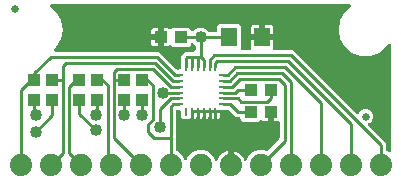
<source format=gbr>
G04 EAGLE Gerber RS-274X export*
G75*
%MOMM*%
%FSLAX34Y34*%
%LPD*%
%INTop Copper*%
%IPPOS*%
%AMOC8*
5,1,8,0,0,1.08239X$1,22.5*%
G01*
%ADD10R,0.700000X0.290000*%
%ADD11R,0.290000X0.700000*%
%ADD12R,1.100000X1.000000*%
%ADD13R,1.400000X1.600000*%
%ADD14R,1.000000X1.100000*%
%ADD15C,1.879600*%
%ADD16C,0.635000*%
%ADD17C,0.254000*%
%ADD18C,1.016000*%

G36*
X324895Y23235D02*
X324895Y23235D01*
X325005Y23233D01*
X325053Y23245D01*
X325103Y23248D01*
X325207Y23282D01*
X325314Y23307D01*
X325358Y23331D01*
X325405Y23346D01*
X325498Y23405D01*
X325595Y23456D01*
X325632Y23490D01*
X325674Y23516D01*
X325749Y23596D01*
X325831Y23670D01*
X325858Y23712D01*
X325892Y23748D01*
X325945Y23844D01*
X326005Y23936D01*
X326022Y23983D01*
X326046Y24026D01*
X326073Y24133D01*
X326109Y24237D01*
X326113Y24286D01*
X326125Y24334D01*
X326135Y24495D01*
X326135Y114003D01*
X326117Y114148D01*
X326102Y114293D01*
X326097Y114306D01*
X326095Y114319D01*
X326042Y114454D01*
X325991Y114591D01*
X325983Y114602D01*
X325978Y114615D01*
X325893Y114732D01*
X325810Y114852D01*
X325799Y114861D01*
X325792Y114872D01*
X325680Y114965D01*
X325569Y115060D01*
X325557Y115066D01*
X325547Y115075D01*
X325415Y115137D01*
X325284Y115202D01*
X325271Y115205D01*
X325259Y115210D01*
X325117Y115238D01*
X324973Y115268D01*
X324960Y115268D01*
X324947Y115270D01*
X324802Y115261D01*
X324656Y115255D01*
X324642Y115251D01*
X324629Y115250D01*
X324491Y115206D01*
X324351Y115163D01*
X324339Y115156D01*
X324327Y115152D01*
X324204Y115075D01*
X324079Y114999D01*
X324069Y114989D01*
X324058Y114982D01*
X323958Y114876D01*
X323856Y114772D01*
X323846Y114757D01*
X323840Y114751D01*
X323832Y114736D01*
X323767Y114638D01*
X322385Y112245D01*
X316278Y107120D01*
X308786Y104393D01*
X300814Y104393D01*
X293322Y107120D01*
X287215Y112244D01*
X283229Y119149D01*
X281845Y127000D01*
X283229Y134851D01*
X287215Y141755D01*
X292385Y146094D01*
X292409Y146120D01*
X292438Y146140D01*
X292517Y146236D01*
X292601Y146327D01*
X292618Y146358D01*
X292641Y146385D01*
X292694Y146498D01*
X292753Y146607D01*
X292761Y146641D01*
X292776Y146673D01*
X292799Y146795D01*
X292830Y146915D01*
X292829Y146951D01*
X292836Y146986D01*
X292828Y147109D01*
X292827Y147233D01*
X292818Y147268D01*
X292816Y147303D01*
X292778Y147421D01*
X292746Y147541D01*
X292729Y147572D01*
X292718Y147605D01*
X292652Y147710D01*
X292591Y147819D01*
X292567Y147844D01*
X292548Y147874D01*
X292458Y147959D01*
X292372Y148049D01*
X292342Y148068D01*
X292316Y148092D01*
X292208Y148152D01*
X292103Y148218D01*
X292069Y148229D01*
X292038Y148246D01*
X291918Y148277D01*
X291800Y148314D01*
X291764Y148316D01*
X291730Y148325D01*
X291569Y148335D01*
X38631Y148335D01*
X38595Y148331D01*
X38560Y148333D01*
X38438Y148311D01*
X38315Y148295D01*
X38282Y148282D01*
X38247Y148276D01*
X38135Y148224D01*
X38019Y148178D01*
X37991Y148158D01*
X37959Y148143D01*
X37862Y148064D01*
X37762Y147992D01*
X37739Y147964D01*
X37712Y147942D01*
X37639Y147842D01*
X37559Y147747D01*
X37544Y147715D01*
X37523Y147686D01*
X37477Y147571D01*
X37424Y147459D01*
X37417Y147424D01*
X37404Y147391D01*
X37387Y147268D01*
X37364Y147147D01*
X37366Y147111D01*
X37361Y147076D01*
X37376Y146953D01*
X37384Y146829D01*
X37395Y146795D01*
X37399Y146760D01*
X37444Y146644D01*
X37482Y146527D01*
X37501Y146497D01*
X37513Y146464D01*
X37586Y146363D01*
X37652Y146258D01*
X37678Y146234D01*
X37698Y146205D01*
X37815Y146094D01*
X42985Y141756D01*
X46971Y134851D01*
X48355Y127000D01*
X46971Y119149D01*
X42985Y112245D01*
X41145Y110700D01*
X41121Y110674D01*
X41092Y110654D01*
X41013Y110558D01*
X40928Y110467D01*
X40912Y110436D01*
X40889Y110409D01*
X40836Y110296D01*
X40777Y110187D01*
X40769Y110153D01*
X40754Y110121D01*
X40730Y109999D01*
X40700Y109879D01*
X40700Y109843D01*
X40694Y109808D01*
X40701Y109685D01*
X40702Y109561D01*
X40711Y109526D01*
X40713Y109491D01*
X40752Y109373D01*
X40783Y109253D01*
X40801Y109222D01*
X40812Y109189D01*
X40878Y109084D01*
X40938Y108975D01*
X40963Y108950D01*
X40982Y108920D01*
X41072Y108835D01*
X41157Y108745D01*
X41188Y108726D01*
X41213Y108702D01*
X41322Y108642D01*
X41427Y108576D01*
X41461Y108565D01*
X41492Y108548D01*
X41612Y108517D01*
X41730Y108480D01*
X41766Y108478D01*
X41800Y108469D01*
X41960Y108459D01*
X129678Y108459D01*
X144566Y93570D01*
X144644Y93510D01*
X144717Y93442D01*
X144770Y93413D01*
X144817Y93376D01*
X144908Y93336D01*
X144995Y93288D01*
X145054Y93273D01*
X145109Y93249D01*
X145207Y93234D01*
X145303Y93209D01*
X145403Y93203D01*
X145423Y93199D01*
X145436Y93201D01*
X145464Y93199D01*
X146832Y93199D01*
X146950Y93214D01*
X147069Y93221D01*
X147107Y93234D01*
X147148Y93239D01*
X147258Y93282D01*
X147371Y93319D01*
X147406Y93341D01*
X147443Y93356D01*
X147539Y93425D01*
X147640Y93489D01*
X147668Y93519D01*
X147701Y93542D01*
X147777Y93634D01*
X147858Y93721D01*
X147878Y93756D01*
X147903Y93787D01*
X147954Y93895D01*
X148012Y93999D01*
X148022Y94039D01*
X148039Y94075D01*
X148061Y94192D01*
X148091Y94307D01*
X148095Y94367D01*
X148099Y94387D01*
X148097Y94408D01*
X148101Y94468D01*
X148101Y99768D01*
X148104Y99772D01*
X148144Y99863D01*
X148192Y99950D01*
X148207Y100008D01*
X148231Y100064D01*
X148246Y100162D01*
X148271Y100258D01*
X148277Y100358D01*
X148281Y100378D01*
X148279Y100390D01*
X148281Y100419D01*
X148281Y104859D01*
X151881Y108459D01*
X159512Y108459D01*
X159630Y108474D01*
X159749Y108481D01*
X159787Y108494D01*
X159828Y108499D01*
X159938Y108542D01*
X160051Y108579D01*
X160086Y108601D01*
X160123Y108616D01*
X160219Y108685D01*
X160320Y108749D01*
X160348Y108779D01*
X160381Y108802D01*
X160457Y108894D01*
X160538Y108981D01*
X160558Y109016D01*
X160583Y109047D01*
X160634Y109155D01*
X160692Y109259D01*
X160702Y109299D01*
X160719Y109335D01*
X160741Y109452D01*
X160771Y109567D01*
X160775Y109627D01*
X160779Y109647D01*
X160777Y109668D01*
X160781Y109728D01*
X160781Y112947D01*
X160769Y113045D01*
X160766Y113144D01*
X160749Y113203D01*
X160741Y113263D01*
X160705Y113355D01*
X160677Y113450D01*
X160647Y113502D01*
X160624Y113558D01*
X160566Y113638D01*
X160516Y113724D01*
X160450Y113799D01*
X160438Y113816D01*
X160428Y113824D01*
X160410Y113845D01*
X158915Y115339D01*
X158806Y115424D01*
X158699Y115513D01*
X158680Y115521D01*
X158664Y115534D01*
X158537Y115589D01*
X158411Y115648D01*
X158391Y115652D01*
X158372Y115660D01*
X158234Y115682D01*
X158098Y115708D01*
X158078Y115707D01*
X158058Y115710D01*
X157919Y115697D01*
X157781Y115688D01*
X157762Y115682D01*
X157742Y115680D01*
X157610Y115633D01*
X157479Y115590D01*
X157461Y115579D01*
X157442Y115572D01*
X157327Y115494D01*
X157210Y115420D01*
X157196Y115405D01*
X157179Y115394D01*
X157087Y115290D01*
X156992Y115188D01*
X156982Y115171D01*
X156969Y115155D01*
X156905Y115031D01*
X156838Y114910D01*
X156833Y114890D01*
X156824Y114872D01*
X156794Y114736D01*
X156759Y114602D01*
X156757Y114574D01*
X156754Y114562D01*
X156755Y114541D01*
X156749Y114441D01*
X156749Y114387D01*
X154963Y112601D01*
X141437Y112601D01*
X140238Y113800D01*
X140144Y113873D01*
X140055Y113952D01*
X140019Y113970D01*
X139987Y113995D01*
X139878Y114042D01*
X139772Y114097D01*
X139732Y114105D01*
X139695Y114121D01*
X139577Y114140D01*
X139461Y114166D01*
X139421Y114165D01*
X139381Y114171D01*
X139262Y114160D01*
X139144Y114157D01*
X139105Y114145D01*
X139064Y114141D01*
X138952Y114101D01*
X138838Y114068D01*
X138803Y114048D01*
X138765Y114034D01*
X138667Y113967D01*
X138564Y113907D01*
X138519Y113867D01*
X138502Y113855D01*
X138489Y113840D01*
X138443Y113800D01*
X138260Y113617D01*
X137681Y113282D01*
X137034Y113109D01*
X133699Y113109D01*
X133699Y119420D01*
X133684Y119538D01*
X133677Y119657D01*
X133664Y119695D01*
X133659Y119735D01*
X133616Y119846D01*
X133579Y119959D01*
X133557Y119993D01*
X133542Y120031D01*
X133473Y120127D01*
X133409Y120228D01*
X133379Y120256D01*
X133356Y120288D01*
X133264Y120364D01*
X133177Y120446D01*
X133142Y120465D01*
X133111Y120491D01*
X133003Y120542D01*
X132899Y120599D01*
X132859Y120609D01*
X132823Y120627D01*
X132716Y120647D01*
X132746Y120651D01*
X132856Y120695D01*
X132969Y120731D01*
X133004Y120753D01*
X133041Y120768D01*
X133137Y120838D01*
X133238Y120901D01*
X133266Y120931D01*
X133299Y120955D01*
X133375Y121046D01*
X133456Y121133D01*
X133476Y121168D01*
X133501Y121200D01*
X133552Y121307D01*
X133610Y121412D01*
X133620Y121451D01*
X133637Y121487D01*
X133659Y121604D01*
X133689Y121720D01*
X133693Y121780D01*
X133697Y121800D01*
X133695Y121820D01*
X133699Y121880D01*
X133699Y128191D01*
X137034Y128191D01*
X137681Y128018D01*
X138260Y127683D01*
X138443Y127500D01*
X138537Y127427D01*
X138627Y127348D01*
X138663Y127330D01*
X138695Y127305D01*
X138804Y127258D01*
X138910Y127203D01*
X138949Y127195D01*
X138986Y127179D01*
X139104Y127160D01*
X139220Y127134D01*
X139261Y127135D01*
X139301Y127129D01*
X139419Y127140D01*
X139538Y127143D01*
X139577Y127155D01*
X139617Y127159D01*
X139729Y127199D01*
X139844Y127232D01*
X139878Y127252D01*
X139916Y127266D01*
X140015Y127333D01*
X140117Y127393D01*
X140163Y127433D01*
X140180Y127445D01*
X140193Y127460D01*
X140238Y127500D01*
X141437Y128699D01*
X154963Y128699D01*
X156749Y126913D01*
X156749Y126859D01*
X156766Y126721D01*
X156779Y126582D01*
X156786Y126563D01*
X156789Y126543D01*
X156840Y126414D01*
X156887Y126283D01*
X156898Y126266D01*
X156906Y126248D01*
X156987Y126135D01*
X157065Y126020D01*
X157081Y126007D01*
X157092Y125990D01*
X157200Y125901D01*
X157304Y125809D01*
X157322Y125800D01*
X157337Y125787D01*
X157463Y125728D01*
X157587Y125665D01*
X157607Y125660D01*
X157625Y125652D01*
X157762Y125626D01*
X157897Y125595D01*
X157918Y125596D01*
X157937Y125592D01*
X158076Y125601D01*
X158215Y125605D01*
X158235Y125611D01*
X158255Y125612D01*
X158387Y125655D01*
X158521Y125693D01*
X158538Y125704D01*
X158557Y125710D01*
X158675Y125784D01*
X158795Y125855D01*
X158816Y125873D01*
X158826Y125880D01*
X158840Y125895D01*
X158915Y125961D01*
X160495Y127541D01*
X163483Y128779D01*
X166717Y128779D01*
X169705Y127541D01*
X171905Y125340D01*
X171984Y125280D01*
X172056Y125212D01*
X172109Y125183D01*
X172157Y125146D01*
X172248Y125106D01*
X172334Y125058D01*
X172393Y125043D01*
X172448Y125019D01*
X172546Y125004D01*
X172642Y124979D01*
X172742Y124973D01*
X172763Y124969D01*
X172775Y124971D01*
X172803Y124969D01*
X177882Y124969D01*
X178000Y124984D01*
X178119Y124991D01*
X178157Y125004D01*
X178198Y125009D01*
X178308Y125052D01*
X178421Y125089D01*
X178456Y125111D01*
X178493Y125126D01*
X178589Y125195D01*
X178690Y125259D01*
X178718Y125289D01*
X178751Y125312D01*
X178827Y125404D01*
X178908Y125491D01*
X178928Y125526D01*
X178953Y125557D01*
X179004Y125665D01*
X179062Y125769D01*
X179072Y125809D01*
X179089Y125845D01*
X179111Y125962D01*
X179141Y126077D01*
X179145Y126137D01*
X179149Y126157D01*
X179147Y126178D01*
X179151Y126238D01*
X179151Y129913D01*
X180937Y131699D01*
X197463Y131699D01*
X199249Y129913D01*
X199249Y110998D01*
X199264Y110880D01*
X199271Y110761D01*
X199284Y110723D01*
X199289Y110682D01*
X199332Y110572D01*
X199369Y110459D01*
X199391Y110424D01*
X199406Y110387D01*
X199475Y110291D01*
X199539Y110190D01*
X199569Y110162D01*
X199592Y110129D01*
X199684Y110053D01*
X199771Y109972D01*
X199806Y109952D01*
X199837Y109927D01*
X199945Y109876D01*
X200049Y109818D01*
X200089Y109808D01*
X200125Y109791D01*
X200242Y109769D01*
X200357Y109739D01*
X200417Y109735D01*
X200437Y109731D01*
X200458Y109733D01*
X200518Y109729D01*
X206754Y109729D01*
X206886Y109745D01*
X207018Y109756D01*
X207043Y109765D01*
X207070Y109769D01*
X207193Y109817D01*
X207318Y109861D01*
X207341Y109876D01*
X207366Y109886D01*
X207473Y109963D01*
X207583Y110037D01*
X207601Y110057D01*
X207623Y110072D01*
X207707Y110174D01*
X207796Y110273D01*
X207809Y110297D01*
X207826Y110317D01*
X207882Y110437D01*
X207944Y110555D01*
X207950Y110581D01*
X207961Y110605D01*
X207986Y110735D01*
X208017Y110864D01*
X208016Y110891D01*
X208021Y110917D01*
X208013Y111049D01*
X208010Y111182D01*
X208003Y111208D01*
X208001Y111235D01*
X207961Y111361D01*
X207925Y111488D01*
X207908Y111523D01*
X207903Y111537D01*
X207892Y111556D01*
X207854Y111633D01*
X207832Y111669D01*
X207659Y112316D01*
X207659Y118111D01*
X215930Y118111D01*
X216048Y118126D01*
X216167Y118133D01*
X216205Y118146D01*
X216245Y118151D01*
X216356Y118194D01*
X216469Y118231D01*
X216504Y118253D01*
X216541Y118268D01*
X216637Y118338D01*
X216738Y118401D01*
X216766Y118431D01*
X216798Y118455D01*
X216874Y118546D01*
X216956Y118633D01*
X216975Y118668D01*
X217001Y118699D01*
X217052Y118807D01*
X217109Y118911D01*
X217120Y118951D01*
X217137Y118987D01*
X217159Y119104D01*
X217189Y119219D01*
X217193Y119280D01*
X217197Y119300D01*
X217195Y119320D01*
X217199Y119380D01*
X217199Y120651D01*
X217201Y120651D01*
X217201Y119380D01*
X217216Y119262D01*
X217223Y119143D01*
X217236Y119105D01*
X217241Y119065D01*
X217285Y118954D01*
X217321Y118841D01*
X217343Y118806D01*
X217358Y118769D01*
X217428Y118673D01*
X217491Y118572D01*
X217521Y118544D01*
X217545Y118511D01*
X217636Y118436D01*
X217723Y118354D01*
X217758Y118334D01*
X217790Y118309D01*
X217897Y118258D01*
X218001Y118200D01*
X218041Y118190D01*
X218077Y118173D01*
X218194Y118151D01*
X218309Y118121D01*
X218370Y118117D01*
X218390Y118113D01*
X218410Y118115D01*
X218470Y118111D01*
X226741Y118111D01*
X226741Y112316D01*
X226568Y111669D01*
X226546Y111633D01*
X226495Y111511D01*
X226439Y111391D01*
X226434Y111364D01*
X226423Y111340D01*
X226404Y111208D01*
X226379Y111078D01*
X226381Y111052D01*
X226377Y111025D01*
X226390Y110893D01*
X226399Y110761D01*
X226407Y110735D01*
X226410Y110709D01*
X226456Y110584D01*
X226497Y110459D01*
X226511Y110436D01*
X226520Y110410D01*
X226596Y110302D01*
X226667Y110190D01*
X226686Y110171D01*
X226702Y110149D01*
X226802Y110063D01*
X226898Y109972D01*
X226922Y109959D01*
X226942Y109941D01*
X227061Y109882D01*
X227177Y109818D01*
X227203Y109812D01*
X227227Y109800D01*
X227357Y109772D01*
X227485Y109739D01*
X227523Y109737D01*
X227538Y109733D01*
X227560Y109734D01*
X227646Y109729D01*
X243089Y109729D01*
X297134Y55683D01*
X297174Y55653D01*
X297207Y55616D01*
X297299Y55556D01*
X297386Y55488D01*
X297431Y55468D01*
X297473Y55441D01*
X297577Y55406D01*
X297678Y55362D01*
X297727Y55354D01*
X297774Y55338D01*
X297883Y55329D01*
X297992Y55312D01*
X298041Y55317D01*
X298091Y55313D01*
X298199Y55331D01*
X298308Y55342D01*
X298355Y55359D01*
X298404Y55367D01*
X298504Y55412D01*
X298608Y55449D01*
X298649Y55477D01*
X298694Y55498D01*
X298780Y55566D01*
X298871Y55628D01*
X298904Y55665D01*
X298942Y55696D01*
X299009Y55784D01*
X299081Y55866D01*
X299104Y55911D01*
X299134Y55950D01*
X299205Y56095D01*
X299524Y56865D01*
X301275Y58616D01*
X303562Y59564D01*
X306038Y59564D01*
X308325Y58616D01*
X310076Y56865D01*
X311024Y54578D01*
X311024Y52102D01*
X310076Y49815D01*
X308325Y48064D01*
X307555Y47745D01*
X307512Y47720D01*
X307465Y47703D01*
X307374Y47641D01*
X307279Y47587D01*
X307243Y47553D01*
X307202Y47525D01*
X307129Y47442D01*
X307050Y47366D01*
X307024Y47323D01*
X306991Y47286D01*
X306941Y47188D01*
X306884Y47095D01*
X306869Y47047D01*
X306847Y47003D01*
X306823Y46896D01*
X306790Y46791D01*
X306788Y46741D01*
X306777Y46693D01*
X306780Y46583D01*
X306775Y46473D01*
X306785Y46424D01*
X306787Y46375D01*
X306817Y46269D01*
X306840Y46162D01*
X306861Y46117D01*
X306875Y46069D01*
X306931Y45975D01*
X306979Y45876D01*
X307012Y45838D01*
X307037Y45795D01*
X307143Y45674D01*
X321819Y30999D01*
X321819Y25231D01*
X321822Y25202D01*
X321820Y25173D01*
X321842Y25045D01*
X321859Y24916D01*
X321869Y24888D01*
X321874Y24859D01*
X321928Y24741D01*
X321976Y24620D01*
X321993Y24596D01*
X322005Y24569D01*
X322086Y24468D01*
X322162Y24363D01*
X322185Y24344D01*
X322204Y24321D01*
X322307Y24243D01*
X322407Y24160D01*
X322434Y24148D01*
X322458Y24130D01*
X322602Y24059D01*
X324380Y23322D01*
X324428Y23309D01*
X324473Y23288D01*
X324581Y23267D01*
X324687Y23238D01*
X324737Y23238D01*
X324786Y23228D01*
X324895Y23235D01*
G37*
G36*
X191888Y12716D02*
X191888Y12716D01*
X192007Y12723D01*
X192045Y12736D01*
X192085Y12741D01*
X192196Y12785D01*
X192309Y12821D01*
X192344Y12843D01*
X192381Y12858D01*
X192477Y12928D01*
X192578Y12991D01*
X192606Y13021D01*
X192639Y13045D01*
X192714Y13136D01*
X192796Y13223D01*
X192816Y13258D01*
X192841Y13290D01*
X192892Y13397D01*
X192950Y13502D01*
X192960Y13541D01*
X192977Y13577D01*
X192999Y13694D01*
X193029Y13809D01*
X193033Y13870D01*
X193037Y13890D01*
X193035Y13910D01*
X193039Y13970D01*
X193039Y24385D01*
X193296Y24345D01*
X195083Y23764D01*
X196757Y22911D01*
X198278Y21806D01*
X199606Y20478D01*
X200711Y18957D01*
X201564Y17283D01*
X201715Y16818D01*
X201728Y16791D01*
X201735Y16762D01*
X201795Y16648D01*
X201850Y16530D01*
X201869Y16507D01*
X201883Y16481D01*
X201970Y16385D01*
X202053Y16285D01*
X202077Y16268D01*
X202097Y16246D01*
X202206Y16174D01*
X202310Y16098D01*
X202338Y16087D01*
X202363Y16071D01*
X202486Y16029D01*
X202606Y15981D01*
X202636Y15977D01*
X202664Y15968D01*
X202793Y15957D01*
X202921Y15941D01*
X202951Y15945D01*
X202981Y15942D01*
X203109Y15965D01*
X203237Y15981D01*
X203265Y15992D01*
X203294Y15997D01*
X203412Y16050D01*
X203533Y16098D01*
X203557Y16115D01*
X203584Y16127D01*
X203685Y16208D01*
X203790Y16284D01*
X203809Y16307D01*
X203833Y16326D01*
X203911Y16430D01*
X203993Y16529D01*
X204006Y16556D01*
X204024Y16580D01*
X204095Y16725D01*
X205348Y19750D01*
X208850Y23252D01*
X213424Y25147D01*
X218376Y25147D01*
X220324Y24340D01*
X220353Y24332D01*
X220379Y24319D01*
X220505Y24290D01*
X220631Y24256D01*
X220660Y24255D01*
X220689Y24249D01*
X220819Y24253D01*
X220949Y24251D01*
X220977Y24258D01*
X221007Y24259D01*
X221132Y24295D01*
X221258Y24325D01*
X221284Y24339D01*
X221312Y24347D01*
X221424Y24413D01*
X221539Y24474D01*
X221561Y24494D01*
X221586Y24508D01*
X221707Y24615D01*
X231530Y34437D01*
X231590Y34515D01*
X231658Y34588D01*
X231687Y34641D01*
X231724Y34688D01*
X231764Y34779D01*
X231812Y34866D01*
X231827Y34925D01*
X231851Y34980D01*
X231866Y35078D01*
X231891Y35174D01*
X231897Y35274D01*
X231901Y35294D01*
X231899Y35307D01*
X231901Y35335D01*
X231901Y48402D01*
X231885Y48527D01*
X231876Y48652D01*
X231866Y48684D01*
X231861Y48717D01*
X231815Y48834D01*
X231775Y48953D01*
X231757Y48982D01*
X231744Y49013D01*
X231671Y49115D01*
X231602Y49220D01*
X231577Y49243D01*
X231558Y49270D01*
X231461Y49351D01*
X231368Y49436D01*
X231339Y49452D01*
X231313Y49473D01*
X231199Y49527D01*
X231088Y49586D01*
X231055Y49594D01*
X231025Y49609D01*
X230902Y49632D01*
X230779Y49662D01*
X230746Y49662D01*
X230713Y49668D01*
X230587Y49661D01*
X230461Y49659D01*
X230413Y49650D01*
X230395Y49649D01*
X230375Y49642D01*
X230303Y49628D01*
X230235Y49609D01*
X226899Y49609D01*
X226899Y55920D01*
X226884Y56038D01*
X226877Y56157D01*
X226864Y56195D01*
X226859Y56235D01*
X226816Y56346D01*
X226779Y56459D01*
X226757Y56493D01*
X226742Y56531D01*
X226673Y56627D01*
X226609Y56728D01*
X226579Y56756D01*
X226556Y56788D01*
X226464Y56864D01*
X226377Y56946D01*
X226342Y56965D01*
X226311Y56991D01*
X226203Y57042D01*
X226099Y57099D01*
X226059Y57109D01*
X226023Y57127D01*
X225906Y57149D01*
X225791Y57179D01*
X225731Y57183D01*
X225711Y57186D01*
X225690Y57185D01*
X225630Y57189D01*
X223170Y57189D01*
X223052Y57174D01*
X222933Y57167D01*
X222895Y57154D01*
X222854Y57149D01*
X222744Y57105D01*
X222631Y57069D01*
X222596Y57047D01*
X222559Y57032D01*
X222462Y56962D01*
X222362Y56899D01*
X222334Y56869D01*
X222301Y56845D01*
X222225Y56754D01*
X222144Y56667D01*
X222124Y56632D01*
X222099Y56600D01*
X222048Y56493D01*
X221990Y56388D01*
X221980Y56349D01*
X221963Y56313D01*
X221941Y56196D01*
X221911Y56080D01*
X221907Y56020D01*
X221903Y56000D01*
X221905Y55980D01*
X221901Y55920D01*
X221901Y49609D01*
X218566Y49609D01*
X217919Y49782D01*
X217340Y50117D01*
X217157Y50300D01*
X217063Y50373D01*
X216973Y50452D01*
X216937Y50470D01*
X216905Y50495D01*
X216796Y50542D01*
X216690Y50597D01*
X216651Y50605D01*
X216614Y50621D01*
X216496Y50640D01*
X216380Y50666D01*
X216339Y50665D01*
X216299Y50671D01*
X216181Y50660D01*
X216062Y50657D01*
X216023Y50645D01*
X215983Y50641D01*
X215871Y50601D01*
X215756Y50568D01*
X215722Y50548D01*
X215684Y50534D01*
X215585Y50467D01*
X215483Y50407D01*
X215437Y50367D01*
X215420Y50355D01*
X215407Y50340D01*
X215362Y50300D01*
X214163Y49101D01*
X200637Y49101D01*
X198851Y50887D01*
X198851Y51562D01*
X198836Y51680D01*
X198829Y51799D01*
X198816Y51837D01*
X198811Y51878D01*
X198768Y51988D01*
X198731Y52101D01*
X198709Y52136D01*
X198694Y52173D01*
X198625Y52269D01*
X198561Y52370D01*
X198531Y52398D01*
X198508Y52431D01*
X198416Y52507D01*
X198329Y52588D01*
X198294Y52608D01*
X198263Y52633D01*
X198155Y52684D01*
X198051Y52742D01*
X198011Y52752D01*
X197975Y52769D01*
X197858Y52791D01*
X197743Y52821D01*
X197683Y52825D01*
X197663Y52829D01*
X197642Y52827D01*
X197582Y52831D01*
X195061Y52831D01*
X189063Y58830D01*
X188985Y58890D01*
X188912Y58958D01*
X188859Y58987D01*
X188812Y59024D01*
X188721Y59064D01*
X188634Y59112D01*
X188575Y59127D01*
X188520Y59151D01*
X188422Y59166D01*
X188326Y59191D01*
X188226Y59197D01*
X188206Y59201D01*
X188193Y59199D01*
X188165Y59201D01*
X182860Y59201D01*
X182742Y59186D01*
X182623Y59179D01*
X182585Y59166D01*
X182544Y59161D01*
X182434Y59118D01*
X182321Y59081D01*
X182286Y59059D01*
X182249Y59044D01*
X182153Y58975D01*
X182052Y58911D01*
X182024Y58881D01*
X181991Y58858D01*
X181915Y58766D01*
X181872Y58719D01*
X177600Y58719D01*
X172600Y58719D01*
X167600Y58719D01*
X162600Y58719D01*
X158368Y58719D01*
X158250Y58704D01*
X158131Y58697D01*
X158093Y58685D01*
X158052Y58680D01*
X157942Y58636D01*
X157829Y58599D01*
X157794Y58577D01*
X157757Y58563D01*
X157661Y58493D01*
X157560Y58429D01*
X157532Y58399D01*
X157499Y58376D01*
X157423Y58284D01*
X157342Y58197D01*
X157322Y58162D01*
X157297Y58131D01*
X157246Y58023D01*
X157188Y57919D01*
X157178Y57880D01*
X157161Y57843D01*
X157139Y57726D01*
X157109Y57611D01*
X157105Y57551D01*
X157101Y57531D01*
X157101Y57530D01*
X157103Y57510D01*
X157099Y57450D01*
X157114Y57332D01*
X157121Y57213D01*
X157134Y57174D01*
X157139Y57134D01*
X157182Y57024D01*
X157219Y56910D01*
X157241Y56876D01*
X157256Y56839D01*
X157325Y56742D01*
X157389Y56642D01*
X157419Y56614D01*
X157442Y56581D01*
X157534Y56505D01*
X157621Y56424D01*
X157656Y56404D01*
X157687Y56378D01*
X157795Y56328D01*
X157899Y56270D01*
X157939Y56260D01*
X157975Y56243D01*
X158092Y56221D01*
X158207Y56191D01*
X158267Y56187D01*
X158287Y56183D01*
X158308Y56184D01*
X158368Y56181D01*
X162600Y56181D01*
X167600Y56181D01*
X172600Y56181D01*
X177600Y56181D01*
X181591Y56181D01*
X181591Y53616D01*
X181418Y52969D01*
X181083Y52390D01*
X180610Y51917D01*
X180031Y51582D01*
X179384Y51409D01*
X178869Y51409D01*
X178869Y52479D01*
X178850Y52631D01*
X178831Y52789D01*
X178830Y52792D01*
X178830Y52795D01*
X178773Y52939D01*
X178715Y53085D01*
X178714Y53088D01*
X178713Y53090D01*
X178621Y53216D01*
X178530Y53343D01*
X178527Y53345D01*
X178526Y53348D01*
X178405Y53448D01*
X178286Y53547D01*
X178283Y53549D01*
X178281Y53550D01*
X178141Y53616D01*
X177999Y53684D01*
X177996Y53685D01*
X177993Y53686D01*
X177845Y53714D01*
X177687Y53745D01*
X177684Y53745D01*
X177681Y53746D01*
X177527Y53736D01*
X177369Y53727D01*
X177366Y53726D01*
X177363Y53726D01*
X177215Y53678D01*
X177066Y53631D01*
X177064Y53629D01*
X177061Y53628D01*
X176929Y53545D01*
X176797Y53462D01*
X176795Y53459D01*
X176792Y53458D01*
X176685Y53344D01*
X176578Y53231D01*
X176575Y53228D01*
X176574Y53226D01*
X176571Y53221D01*
X176491Y53096D01*
X176490Y53095D01*
X176460Y53019D01*
X176420Y52947D01*
X176401Y52872D01*
X176372Y52800D01*
X176361Y52718D01*
X176341Y52639D01*
X176331Y52490D01*
X176331Y52484D01*
X176331Y52482D01*
X176331Y52479D01*
X176331Y51409D01*
X175815Y51409D01*
X175429Y51513D01*
X175337Y51525D01*
X175247Y51548D01*
X175180Y51547D01*
X175114Y51556D01*
X175022Y51546D01*
X174929Y51545D01*
X174814Y51522D01*
X174798Y51520D01*
X174790Y51517D01*
X174771Y51513D01*
X174384Y51409D01*
X173869Y51409D01*
X173869Y52479D01*
X173869Y52481D01*
X173869Y52483D01*
X173866Y52506D01*
X173868Y52529D01*
X173846Y52661D01*
X173830Y52794D01*
X173829Y52796D01*
X173828Y52798D01*
X173820Y52820D01*
X173816Y52843D01*
X173760Y52994D01*
X173732Y53040D01*
X173713Y53090D01*
X173711Y53091D01*
X173710Y53094D01*
X173649Y53177D01*
X173595Y53266D01*
X173557Y53304D01*
X173526Y53347D01*
X173524Y53348D01*
X173523Y53350D01*
X173443Y53416D01*
X173368Y53489D01*
X173321Y53516D01*
X173281Y53550D01*
X173279Y53551D01*
X173277Y53552D01*
X173183Y53596D01*
X173093Y53648D01*
X173040Y53663D01*
X172993Y53685D01*
X172992Y53686D01*
X172989Y53687D01*
X172887Y53706D01*
X172787Y53734D01*
X172732Y53736D01*
X172681Y53745D01*
X172680Y53745D01*
X172677Y53746D01*
X172573Y53739D01*
X172469Y53741D01*
X172415Y53729D01*
X172363Y53726D01*
X172363Y53725D01*
X172362Y53725D01*
X172359Y53725D01*
X172260Y53693D01*
X172159Y53669D01*
X172110Y53644D01*
X172060Y53627D01*
X172057Y53626D01*
X171969Y53570D01*
X171877Y53522D01*
X171836Y53486D01*
X171792Y53457D01*
X171791Y53456D01*
X171789Y53455D01*
X171718Y53379D01*
X171640Y53310D01*
X171610Y53265D01*
X171574Y53226D01*
X171573Y53224D01*
X171572Y53223D01*
X171486Y53087D01*
X171486Y53086D01*
X171477Y53064D01*
X171464Y53045D01*
X171446Y52994D01*
X171420Y52947D01*
X171400Y52867D01*
X171369Y52790D01*
X171367Y52767D01*
X171359Y52745D01*
X171354Y52692D01*
X171341Y52639D01*
X171331Y52479D01*
X171331Y51409D01*
X170815Y51409D01*
X170429Y51513D01*
X170337Y51525D01*
X170247Y51548D01*
X170180Y51547D01*
X170114Y51556D01*
X170022Y51546D01*
X169929Y51545D01*
X169814Y51522D01*
X169798Y51520D01*
X169790Y51517D01*
X169771Y51513D01*
X169384Y51409D01*
X168869Y51409D01*
X168869Y52479D01*
X168866Y52504D01*
X168868Y52528D01*
X168859Y52584D01*
X168859Y52642D01*
X168839Y52717D01*
X168830Y52794D01*
X168820Y52818D01*
X168816Y52842D01*
X168793Y52894D01*
X168779Y52950D01*
X168714Y53085D01*
X168713Y53090D01*
X168711Y53091D01*
X168710Y53095D01*
X168697Y53113D01*
X168688Y53133D01*
X168604Y53239D01*
X168526Y53347D01*
X168524Y53349D01*
X168521Y53352D01*
X168505Y53366D01*
X168491Y53383D01*
X168382Y53466D01*
X168381Y53467D01*
X168281Y53550D01*
X168278Y53551D01*
X168276Y53553D01*
X168256Y53563D01*
X168238Y53576D01*
X168112Y53629D01*
X168093Y53638D01*
X167993Y53685D01*
X167991Y53686D01*
X167987Y53688D01*
X167966Y53692D01*
X167946Y53700D01*
X167810Y53721D01*
X167778Y53727D01*
X167681Y53745D01*
X167679Y53745D01*
X167675Y53746D01*
X167653Y53744D01*
X167631Y53748D01*
X167494Y53734D01*
X167457Y53731D01*
X167363Y53726D01*
X167363Y53725D01*
X167361Y53725D01*
X167357Y53725D01*
X167337Y53718D01*
X167315Y53716D01*
X167186Y53668D01*
X167159Y53660D01*
X167060Y53627D01*
X167059Y53626D01*
X167055Y53625D01*
X167037Y53614D01*
X167016Y53606D01*
X166903Y53528D01*
X166893Y53522D01*
X166792Y53457D01*
X166790Y53456D01*
X166787Y53454D01*
X166772Y53438D01*
X166755Y53426D01*
X166665Y53322D01*
X166574Y53226D01*
X166573Y53223D01*
X166570Y53221D01*
X166560Y53202D01*
X166546Y53186D01*
X166465Y53046D01*
X166447Y52995D01*
X166420Y52947D01*
X166420Y52944D01*
X166418Y52942D01*
X166393Y52843D01*
X166359Y52746D01*
X166354Y52692D01*
X166341Y52639D01*
X166341Y52635D01*
X166340Y52634D01*
X166340Y52630D01*
X166331Y52479D01*
X166331Y51409D01*
X165816Y51409D01*
X165429Y51513D01*
X165337Y51526D01*
X165247Y51548D01*
X165180Y51547D01*
X165113Y51556D01*
X165022Y51546D01*
X164929Y51545D01*
X164815Y51522D01*
X164798Y51520D01*
X164790Y51517D01*
X164771Y51513D01*
X164385Y51409D01*
X163869Y51409D01*
X163869Y52479D01*
X163866Y52504D01*
X163868Y52528D01*
X163859Y52584D01*
X163859Y52642D01*
X163839Y52717D01*
X163830Y52794D01*
X163820Y52818D01*
X163816Y52842D01*
X163793Y52894D01*
X163779Y52950D01*
X163714Y53085D01*
X163713Y53090D01*
X163711Y53091D01*
X163710Y53095D01*
X163697Y53113D01*
X163688Y53133D01*
X163604Y53239D01*
X163526Y53347D01*
X163524Y53349D01*
X163521Y53352D01*
X163505Y53366D01*
X163491Y53383D01*
X163382Y53466D01*
X163381Y53467D01*
X163281Y53550D01*
X163278Y53551D01*
X163276Y53553D01*
X163256Y53563D01*
X163238Y53576D01*
X163112Y53629D01*
X163093Y53638D01*
X162993Y53685D01*
X162991Y53686D01*
X162987Y53688D01*
X162966Y53692D01*
X162946Y53700D01*
X162810Y53721D01*
X162778Y53727D01*
X162681Y53745D01*
X162679Y53745D01*
X162675Y53746D01*
X162653Y53744D01*
X162631Y53748D01*
X162494Y53734D01*
X162457Y53731D01*
X162363Y53726D01*
X162363Y53725D01*
X162361Y53725D01*
X162357Y53725D01*
X162337Y53718D01*
X162315Y53716D01*
X162186Y53668D01*
X162159Y53660D01*
X162060Y53627D01*
X162059Y53626D01*
X162055Y53625D01*
X162037Y53614D01*
X162016Y53606D01*
X161903Y53528D01*
X161893Y53522D01*
X161792Y53457D01*
X161790Y53456D01*
X161787Y53454D01*
X161772Y53438D01*
X161755Y53426D01*
X161665Y53322D01*
X161574Y53226D01*
X161573Y53223D01*
X161570Y53221D01*
X161560Y53202D01*
X161546Y53186D01*
X161465Y53046D01*
X161447Y52995D01*
X161420Y52947D01*
X161420Y52944D01*
X161418Y52942D01*
X161393Y52843D01*
X161359Y52746D01*
X161354Y52692D01*
X161341Y52639D01*
X161341Y52635D01*
X161340Y52634D01*
X161340Y52630D01*
X161331Y52479D01*
X161331Y51409D01*
X160815Y51409D01*
X160429Y51513D01*
X160337Y51525D01*
X160247Y51548D01*
X160180Y51547D01*
X160114Y51556D01*
X160022Y51546D01*
X159929Y51545D01*
X159814Y51522D01*
X159798Y51520D01*
X159790Y51517D01*
X159771Y51513D01*
X159384Y51409D01*
X158869Y51409D01*
X158869Y51414D01*
X158848Y51561D01*
X158830Y51709D01*
X158826Y51719D01*
X158824Y51729D01*
X158767Y51867D01*
X158713Y52005D01*
X158707Y52013D01*
X158703Y52022D01*
X158613Y52142D01*
X158526Y52262D01*
X158518Y52269D01*
X158512Y52277D01*
X158396Y52370D01*
X158281Y52465D01*
X158272Y52469D01*
X158264Y52476D01*
X158127Y52537D01*
X157993Y52601D01*
X157983Y52602D01*
X157974Y52607D01*
X157826Y52632D01*
X157681Y52660D01*
X157671Y52660D01*
X157661Y52661D01*
X157511Y52650D01*
X157363Y52641D01*
X157354Y52637D01*
X157343Y52637D01*
X157202Y52588D01*
X157061Y52543D01*
X157052Y52537D01*
X157043Y52534D01*
X156918Y52452D01*
X156792Y52372D01*
X156785Y52365D01*
X156777Y52359D01*
X156661Y52247D01*
X156621Y52191D01*
X156574Y52141D01*
X156574Y52140D01*
X156530Y52061D01*
X156478Y51987D01*
X156454Y51922D01*
X156420Y51862D01*
X156398Y51774D01*
X156366Y51689D01*
X156358Y51621D01*
X156341Y51554D01*
X156331Y51407D01*
X156248Y51397D01*
X156149Y51394D01*
X156091Y51377D01*
X156031Y51369D01*
X155939Y51333D01*
X155844Y51305D01*
X155792Y51275D01*
X155735Y51252D01*
X155655Y51194D01*
X155570Y51144D01*
X155494Y51077D01*
X155478Y51066D01*
X155470Y51056D01*
X155449Y51037D01*
X155313Y50901D01*
X149887Y50901D01*
X148101Y52687D01*
X148101Y57932D01*
X148086Y58050D01*
X148079Y58169D01*
X148066Y58207D01*
X148061Y58248D01*
X148018Y58358D01*
X147981Y58471D01*
X147959Y58506D01*
X147944Y58543D01*
X147875Y58639D01*
X147811Y58740D01*
X147781Y58768D01*
X147758Y58801D01*
X147666Y58877D01*
X147579Y58958D01*
X147544Y58978D01*
X147513Y59003D01*
X147405Y59054D01*
X147301Y59112D01*
X147261Y59122D01*
X147225Y59139D01*
X147108Y59161D01*
X146993Y59191D01*
X146933Y59195D01*
X146913Y59199D01*
X146892Y59197D01*
X146832Y59201D01*
X145288Y59201D01*
X145170Y59186D01*
X145051Y59179D01*
X145013Y59166D01*
X144972Y59161D01*
X144862Y59118D01*
X144749Y59081D01*
X144714Y59059D01*
X144677Y59044D01*
X144581Y58975D01*
X144480Y58911D01*
X144452Y58881D01*
X144419Y58858D01*
X144343Y58766D01*
X144262Y58679D01*
X144242Y58644D01*
X144217Y58613D01*
X144166Y58505D01*
X144108Y58401D01*
X144098Y58361D01*
X144081Y58325D01*
X144059Y58208D01*
X144029Y58093D01*
X144025Y58033D01*
X144021Y58013D01*
X144023Y57992D01*
X144019Y57932D01*
X144019Y25231D01*
X144022Y25202D01*
X144020Y25173D01*
X144042Y25045D01*
X144059Y24916D01*
X144069Y24889D01*
X144074Y24859D01*
X144128Y24741D01*
X144176Y24620D01*
X144193Y24596D01*
X144205Y24569D01*
X144286Y24468D01*
X144362Y24363D01*
X144385Y24344D01*
X144404Y24321D01*
X144507Y24243D01*
X144607Y24160D01*
X144634Y24147D01*
X144658Y24130D01*
X144802Y24059D01*
X146750Y23252D01*
X150252Y19750D01*
X151227Y17395D01*
X151296Y17275D01*
X151361Y17152D01*
X151375Y17137D01*
X151385Y17119D01*
X151482Y17019D01*
X151575Y16916D01*
X151592Y16905D01*
X151606Y16891D01*
X151725Y16818D01*
X151841Y16742D01*
X151860Y16735D01*
X151877Y16724D01*
X152010Y16684D01*
X152142Y16638D01*
X152162Y16637D01*
X152181Y16631D01*
X152320Y16624D01*
X152459Y16613D01*
X152479Y16617D01*
X152499Y16616D01*
X152635Y16644D01*
X152772Y16668D01*
X152791Y16676D01*
X152810Y16680D01*
X152936Y16741D01*
X153062Y16798D01*
X153078Y16811D01*
X153096Y16820D01*
X153202Y16910D01*
X153310Y16997D01*
X153323Y17013D01*
X153338Y17026D01*
X153418Y17140D01*
X153502Y17251D01*
X153514Y17276D01*
X153521Y17286D01*
X153528Y17305D01*
X153573Y17395D01*
X154548Y19750D01*
X158050Y23252D01*
X162624Y25147D01*
X167576Y25147D01*
X172150Y23252D01*
X175652Y19750D01*
X176905Y16725D01*
X176920Y16699D01*
X176929Y16670D01*
X176999Y16561D01*
X177063Y16448D01*
X177084Y16427D01*
X177100Y16402D01*
X177194Y16313D01*
X177284Y16220D01*
X177310Y16204D01*
X177331Y16184D01*
X177445Y16121D01*
X177555Y16054D01*
X177584Y16045D01*
X177610Y16031D01*
X177735Y15998D01*
X177859Y15960D01*
X177889Y15959D01*
X177918Y15951D01*
X178048Y15951D01*
X178177Y15945D01*
X178206Y15951D01*
X178236Y15951D01*
X178361Y15983D01*
X178488Y16009D01*
X178515Y16022D01*
X178544Y16030D01*
X178657Y16092D01*
X178774Y16149D01*
X178797Y16168D01*
X178823Y16183D01*
X178917Y16271D01*
X179016Y16355D01*
X179033Y16380D01*
X179055Y16400D01*
X179124Y16509D01*
X179199Y16615D01*
X179210Y16643D01*
X179226Y16669D01*
X179285Y16818D01*
X179436Y17283D01*
X180289Y18957D01*
X181394Y20478D01*
X182722Y21806D01*
X184243Y22911D01*
X185917Y23764D01*
X187704Y24345D01*
X187961Y24385D01*
X187961Y13970D01*
X187976Y13852D01*
X187983Y13733D01*
X187996Y13695D01*
X188001Y13655D01*
X188044Y13544D01*
X188081Y13431D01*
X188103Y13397D01*
X188118Y13359D01*
X188188Y13263D01*
X188251Y13162D01*
X188281Y13134D01*
X188304Y13102D01*
X188396Y13026D01*
X188483Y12944D01*
X188518Y12925D01*
X188549Y12899D01*
X188657Y12848D01*
X188761Y12791D01*
X188801Y12780D01*
X188837Y12763D01*
X188954Y12741D01*
X189069Y12711D01*
X189130Y12707D01*
X189150Y12703D01*
X189170Y12705D01*
X189230Y12701D01*
X191770Y12701D01*
X191888Y12716D01*
G37*
%LPC*%
G36*
X219739Y123189D02*
X219739Y123189D01*
X219739Y131191D01*
X224534Y131191D01*
X225181Y131018D01*
X225760Y130683D01*
X226233Y130210D01*
X226568Y129631D01*
X226741Y128984D01*
X226741Y123189D01*
X219739Y123189D01*
G37*
%LPD*%
%LPC*%
G36*
X207659Y123189D02*
X207659Y123189D01*
X207659Y128984D01*
X207832Y129631D01*
X208167Y130210D01*
X208640Y130683D01*
X209219Y131018D01*
X209866Y131191D01*
X214661Y131191D01*
X214661Y123189D01*
X207659Y123189D01*
G37*
%LPD*%
%LPC*%
G36*
X123159Y123149D02*
X123159Y123149D01*
X123159Y125984D01*
X123332Y126631D01*
X123667Y127210D01*
X124140Y127683D01*
X124719Y128018D01*
X125366Y128191D01*
X128701Y128191D01*
X128701Y123149D01*
X123159Y123149D01*
G37*
%LPD*%
%LPC*%
G36*
X125366Y113109D02*
X125366Y113109D01*
X124719Y113282D01*
X124140Y113617D01*
X123667Y114090D01*
X123332Y114669D01*
X123159Y115316D01*
X123159Y118151D01*
X128701Y118151D01*
X128701Y113109D01*
X125366Y113109D01*
G37*
%LPD*%
D10*
X146350Y63700D03*
X146350Y68700D03*
X146350Y73700D03*
X146350Y78700D03*
X146350Y83700D03*
X146350Y88700D03*
D11*
X152600Y94950D03*
X157600Y94950D03*
X162600Y94950D03*
X167600Y94950D03*
X172600Y94950D03*
X177600Y94950D03*
D10*
X183850Y88700D03*
X183850Y83700D03*
X183850Y78700D03*
X183850Y73700D03*
X183850Y68700D03*
X183850Y63700D03*
D11*
X177600Y57450D03*
X172600Y57450D03*
X167600Y57450D03*
X162600Y57450D03*
X157600Y57450D03*
X152600Y57450D03*
D12*
X207400Y76200D03*
X224400Y76200D03*
X207400Y57150D03*
X224400Y57150D03*
X148200Y120650D03*
X131200Y120650D03*
D13*
X217200Y120650D03*
X189200Y120650D03*
D14*
X115570Y84700D03*
X115570Y67700D03*
X100330Y84700D03*
X100330Y67700D03*
D15*
X317500Y12700D03*
X292100Y12700D03*
X266700Y12700D03*
X241300Y12700D03*
X215900Y12700D03*
X190500Y12700D03*
X165100Y12700D03*
X139700Y12700D03*
X114300Y12700D03*
X88900Y12700D03*
X63500Y12700D03*
X38100Y12700D03*
X12700Y12700D03*
D14*
X24130Y84700D03*
X24130Y67700D03*
X39370Y84700D03*
X39370Y67700D03*
X77470Y84700D03*
X77470Y67700D03*
X62230Y84700D03*
X62230Y67700D03*
D16*
X304800Y53340D03*
X7620Y144780D03*
D17*
X183850Y73700D02*
X194350Y73700D01*
X196850Y76200D01*
X207400Y76200D01*
X196730Y68700D02*
X183850Y68700D01*
X196730Y68700D02*
X199390Y66040D01*
X220980Y66040D01*
X224400Y69460D01*
X224400Y76200D01*
X190300Y63700D02*
X183850Y63700D01*
X196850Y57150D02*
X207400Y57150D01*
X196850Y57150D02*
X190300Y63700D01*
X157600Y57450D02*
X157600Y50680D01*
X158750Y49530D01*
X162600Y49570D02*
X162600Y57450D01*
X177600Y57450D02*
X177600Y51870D01*
X175260Y49530D01*
X172720Y49530D01*
X167640Y49530D01*
X162560Y49530D01*
X158750Y49530D01*
X167600Y49570D02*
X167600Y57450D01*
X167600Y49570D02*
X167640Y49530D01*
X162600Y49570D02*
X162560Y49530D01*
X172600Y49650D02*
X172600Y57450D01*
X172600Y49650D02*
X172720Y49530D01*
D18*
X234950Y120650D03*
X116840Y120650D03*
X165100Y120650D03*
D17*
X148200Y120650D01*
X165100Y120650D02*
X189200Y120650D01*
X167600Y101640D02*
X167600Y94950D01*
X167600Y101640D02*
X165100Y104140D01*
X165100Y120650D01*
X152600Y103070D02*
X152600Y94950D01*
X152600Y103070D02*
X153670Y104140D01*
X157480Y104140D01*
X162560Y104140D01*
X165100Y104140D01*
X157600Y104020D02*
X157600Y94950D01*
X157600Y104020D02*
X157480Y104140D01*
X162600Y104100D02*
X162600Y94950D01*
X162600Y104100D02*
X162560Y104140D01*
X124460Y80010D02*
X119770Y84700D01*
X124460Y80010D02*
X124460Y50800D01*
X120650Y46990D01*
X120650Y40640D01*
X139700Y61468D02*
X141932Y63700D01*
X139700Y61468D02*
X139700Y35560D01*
X139700Y12700D01*
X125730Y35560D02*
X120650Y40640D01*
X125730Y35560D02*
X139700Y35560D01*
X141932Y63700D02*
X146350Y63700D01*
X119770Y84700D02*
X115570Y84700D01*
X91440Y35560D02*
X114300Y12700D01*
X91440Y35560D02*
X91440Y85090D01*
X91440Y91440D01*
X140121Y78700D02*
X146350Y78700D01*
X140121Y78700D02*
X124841Y93980D01*
X93980Y93980D01*
X91440Y91440D01*
X91440Y85090D02*
X91830Y84700D01*
X100330Y84700D01*
X115570Y67700D02*
X115570Y54610D01*
D18*
X115570Y54610D03*
D17*
X100330Y54610D02*
X100330Y67700D01*
D18*
X100330Y54610D03*
D17*
X172600Y94950D02*
X172600Y101480D01*
X176530Y105410D01*
X241300Y105410D01*
X317500Y29210D02*
X317500Y12700D01*
X317500Y29210D02*
X241300Y105410D01*
X177600Y98860D02*
X177600Y94950D01*
X177600Y98860D02*
X179070Y100330D01*
X238760Y100330D01*
X292100Y46990D02*
X292100Y12700D01*
X292100Y46990D02*
X238760Y100330D01*
X236220Y95250D02*
X266700Y64770D01*
X266700Y12700D01*
X188014Y88700D02*
X183850Y88700D01*
X188014Y88700D02*
X194564Y95250D01*
X236220Y95250D01*
X189618Y83700D02*
X183850Y83700D01*
X189618Y83700D02*
X196088Y90170D01*
X233680Y90170D01*
X241300Y82550D01*
X241300Y12700D01*
X191730Y78700D02*
X183850Y78700D01*
X191730Y78700D02*
X198120Y85090D01*
X231140Y85090D01*
X236220Y80010D01*
X236220Y33020D01*
X215900Y12700D01*
X12700Y12700D02*
X12700Y76200D01*
X21200Y84700D02*
X24130Y84700D01*
X21200Y84700D02*
X12700Y76200D01*
X24130Y84700D02*
X24130Y90170D01*
X38100Y104140D02*
X127889Y104140D01*
X143329Y88700D01*
X146350Y88700D01*
X38100Y104140D02*
X24130Y90170D01*
X59300Y84700D02*
X62230Y84700D01*
X59300Y84700D02*
X53340Y78740D01*
X53340Y22860D01*
X63500Y12700D01*
D18*
X133009Y73700D03*
D17*
X146350Y73700D01*
X48260Y22860D02*
X38100Y12700D01*
X48260Y22860D02*
X48260Y83820D01*
X48260Y96400D01*
X141725Y83700D02*
X146350Y83700D01*
X141725Y83700D02*
X126365Y99060D01*
X50920Y99060D01*
X48260Y96400D01*
X47380Y84700D02*
X39370Y84700D01*
X47380Y84700D02*
X48260Y83820D01*
X77470Y84700D02*
X81670Y84700D01*
X86360Y80010D01*
X86360Y15240D01*
D18*
X130810Y44450D03*
D17*
X88900Y12700D02*
X86360Y15240D01*
X140074Y68700D02*
X146350Y68700D01*
X140074Y68700D02*
X130810Y59436D01*
X130810Y44450D01*
D18*
X25400Y54610D03*
D17*
X24130Y55880D02*
X24130Y67700D01*
X24130Y55880D02*
X25400Y54610D01*
D18*
X25400Y40640D03*
D17*
X39370Y54610D02*
X39370Y67700D01*
X39370Y54610D02*
X25400Y40640D01*
D18*
X76200Y54610D03*
D17*
X77470Y55880D02*
X77470Y67700D01*
X77470Y55880D02*
X76200Y54610D01*
D18*
X76200Y41910D03*
D17*
X62230Y55880D02*
X62230Y67700D01*
X62230Y55880D02*
X76200Y41910D01*
M02*

</source>
